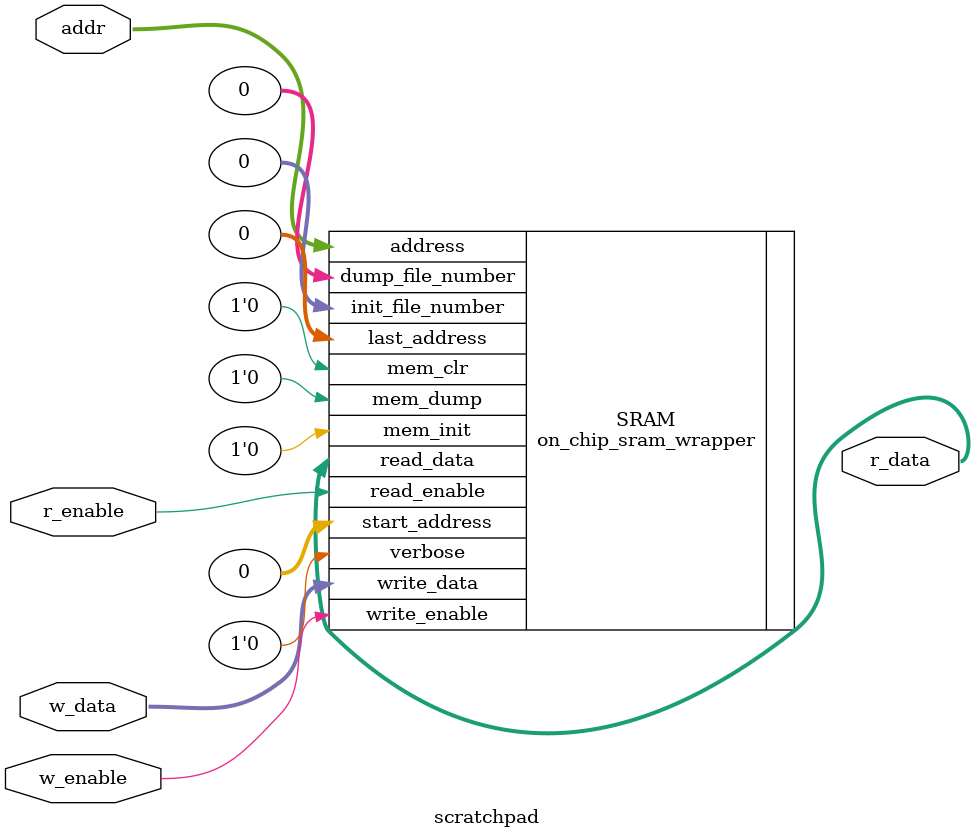
<source format=sv>

module scratchpad (
  input wire r_enable,
  input wire w_enable,
  input wire[16:0] addr,
  input wire[1023:0] w_data,
  output wire[1023:0] r_data
);
  on_chip_sram_wrapper #(
    .W_ADDR_SIZE_BITS(17),
    .W_WORD_SIZE_BYTES(1),
    .W_DATA_SIZE_WORDS(128)
    )
    SRAM (
    .read_enable(r_enable),
    .write_enable(w_enable),
    .address(addr),
    .write_data(w_data),
    .read_data(r_data),
    
    //unneeded TB signals
  		.init_file_number(0),
    .dump_file_number(0),
    .mem_clr(1'b0),
    .mem_init(1'b0),
    .mem_dump(1'b0),
    .start_address(0),
    .last_address(0),
    .verbose(1'b0)
    );
    
endmodule
</source>
